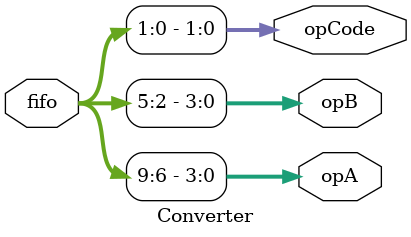
<source format=v>
`timescale 1ns/1ps




module Converter

#(
        parameter DATA_WIDTH = 4,
	parameter OPCODE_WIDTH = 2
)

(           
    input [(2*DATA_WIDTH)+OPCODE_WIDTH-1 : 0] fifo,         
    output  [DATA_WIDTH-1:0] opA,
    output  [DATA_WIDTH-1:0] opB,
    output  [OPCODE_WIDTH-1:0] opCode

    
);
	assign opA = fifo [(2*DATA_WIDTH) + OPCODE_WIDTH-1 :  DATA_WIDTH + OPCODE_WIDTH] ;
	assign opB = fifo [DATA_WIDTH + OPCODE_WIDTH-1 : OPCODE_WIDTH];
	assign opCode = fifo [OPCODE_WIDTH-1 : 0];

endmodule

</source>
